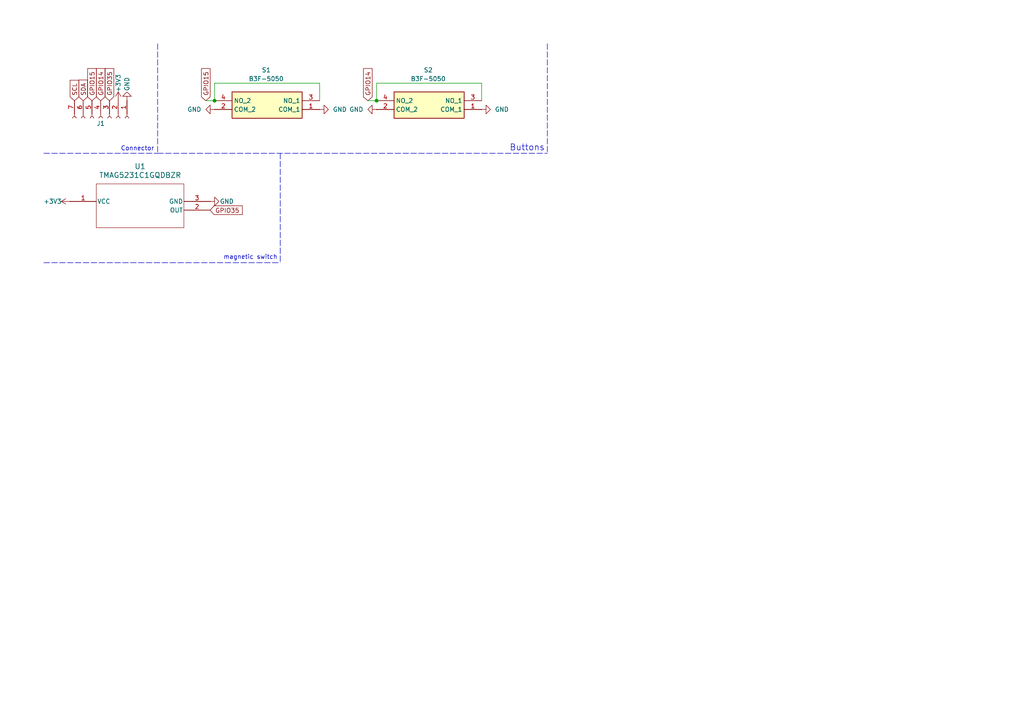
<source format=kicad_sch>
(kicad_sch (version 20231120) (generator "eeschema") (generator_version "8.0")
  (paper "A4")
  (lib_symbols
    (symbol "clock:+3V3" (power) (pin_numbers hide) (pin_names (offset 0) hide)
      (property "Value" "+3V3" (at 0 3.556 0))
      (symbol "+3V3_0_1"
        (polyline (pts (xy -0.762 1.27) (xy 0 2.54)))
        (polyline (pts (xy 0 0) (xy 0 2.54)))
        (polyline (pts (xy 0 2.54) (xy 0.762 1.27)))
      )
      (symbol "+3V3_1_1"
        (pin power_in line (at 0 0 90) (length 0) (name "~") (number "1"))
      )
    )
    (symbol "clock:B3F-5050"
      (property "Reference" "S" (at 26.67 7.62 0))
      (property "Value" "B3F-5050" (at 26.67 5.08 0))
      (symbol "B3F-5050_1_1"
        (rectangle (start 5.08 2.54) (end 25.4 -5.08) (stroke (width 0.254)) (fill (type background)))
        (pin passive line (at 30.48 -2.54 180) (length 5.08) (name "COM_1") (number "1"))
        (pin passive line (at 0 -2.54 0) (length 5.08) (name "COM_2") (number "2"))
        (pin passive line (at 30.48 0 180) (length 5.08) (name "NO_1") (number "3"))
        (pin passive line (at 0 0 0) (length 5.08) (name "NO_2") (number "4"))
      )
    )
    (symbol "clock:Conn_01x07_Socket" (pin_names (offset 1.016) hide)
      (property "Reference" "J" (at 0 10.16 0))
      (property "Value" "Conn_01x07_Socket" (at 0 -10.16 0))
      (symbol "Conn_01x07_Socket_1_1"
        (arc (start 0 -7.112) (mid -0.5058 -7.62) (end 0 -8.128) (stroke (width 0.1524)))
        (arc (start 0 -4.572) (mid -0.5058 -5.08) (end 0 -5.588) (stroke (width 0.1524)))
        (arc (start 0 -2.032) (mid -0.5058 -2.54) (end 0 -3.048) (stroke (width 0.1524)))
        (polyline (pts (xy -1.27 -7.62) (xy -0.508 -7.62)) (stroke (width 0.1524)))
        (polyline (pts (xy -1.27 -5.08) (xy -0.508 -5.08)) (stroke (width 0.1524)))
        (polyline (pts (xy -1.27 -2.54) (xy -0.508 -2.54)) (stroke (width 0.1524)))
        (polyline (pts (xy -1.27 0) (xy -0.508 0)) (stroke (width 0.1524)))
        (polyline (pts (xy -1.27 2.54) (xy -0.508 2.54)) (stroke (width 0.1524)))
        (polyline (pts (xy -1.27 5.08) (xy -0.508 5.08)) (stroke (width 0.1524)))
        (polyline (pts (xy -1.27 7.62) (xy -0.508 7.62)) (stroke (width 0.1524)))
        (arc (start 0 0.508) (mid -0.5058 0) (end 0 -0.508) (stroke (width 0.1524)))
        (arc (start 0 3.048) (mid -0.5058 2.54) (end 0 2.032) (stroke (width 0.1524)))
        (arc (start 0 5.588) (mid -0.5058 5.08) (end 0 4.572) (stroke (width 0.1524)))
        (arc (start 0 8.128) (mid -0.5058 7.62) (end 0 7.112) (stroke (width 0.1524)))
        (pin passive line (at -5.08 7.62 0) (length 3.81) (name "Pin_1") (number "1"))
        (pin passive line (at -5.08 5.08 0) (length 3.81) (name "Pin_2") (number "2"))
        (pin passive line (at -5.08 2.54 0) (length 3.81) (name "Pin_3") (number "3"))
        (pin passive line (at -5.08 0 0) (length 3.81) (name "Pin_4") (number "4"))
        (pin passive line (at -5.08 -2.54 0) (length 3.81) (name "Pin_5") (number "5"))
        (pin passive line (at -5.08 -5.08 0) (length 3.81) (name "Pin_6") (number "6"))
        (pin passive line (at -5.08 -7.62 0) (length 3.81) (name "Pin_7") (number "7"))
      )
    )
    (symbol "clock:GND" (power) (pin_numbers hide) (pin_names (offset 0) hide)
      (property "Value" "GND" (at 0 -3.81 0))
      (symbol "GND_0_1"
        (polyline (pts (xy 0 0) (xy 0 -1.27) (xy 1.27 -1.27) (xy 0 -2.54) (xy -1.27 -1.27) (xy 0 -1.27)))
      )
      (symbol "GND_1_1"
        (pin power_in line (at 0 0 270) (length 0) (name "~") (number "1"))
      )
    )
    (symbol "clock:TMAG5231C1GQDBZR" (pin_names (offset 0.254))
      (property "Reference" "U" (at 20.32 10.16 0))
      (property "Value" "TMAG5231C1GQDBZR" (at 20.32 7.62 0))
      (symbol "TMAG5231C1GQDBZR_1_1"
        (polyline (pts (xy 7.62 -7.62) (xy 33.02 -7.62)) (stroke (width 0.127)))
        (polyline (pts (xy 7.62 5.08) (xy 7.62 -7.62)) (stroke (width 0.127)))
        (polyline (pts (xy 33.02 -7.62) (xy 33.02 5.08)) (stroke (width 0.127)))
        (polyline (pts (xy 33.02 5.08) (xy 7.62 5.08)) (stroke (width 0.127)))
        (pin power_in line (at 0 0 0) (length 7.62) (name "VCC") (number "1"))
        (pin output line (at 40.64 -2.54 180) (length 7.62) (name "OUT") (number "2"))
        (pin power_out line (at 40.64 0 180) (length 7.62) (name "GND") (number "3"))
      )
    )
  )
  (junction (at 62.23 29.21))
  (junction (at 109.22 29.21))
  (wire (pts (xy 109.22 24.13) (xy 139.7 24.13)))
  (polyline (pts (xy 45.72 44.45) (xy 59.69 44.45)) (stroke (width 0) (type dash)))
  (polyline (pts (xy 12.7 44.45) (xy 45.72 44.45)) (stroke (width 0) (type dash)))
  (polyline (pts (xy 45.72 12.7) (xy 45.72 44.45)) (stroke (width 0) (type dash)))
  (polyline (pts (xy 12.7 76.2) (xy 81.28 76.2)) (stroke (width 0) (type dash)))
  (wire (pts (xy 59.69 29.21) (xy 62.23 29.21)))
  (wire (pts (xy 92.71 24.13) (xy 92.71 29.21)))
  (polyline (pts (xy 158.75 12.7) (xy 158.75 44.45)) (stroke (width 0) (type dash)))
  (polyline (pts (xy 81.28 44.45) (xy 81.28 76.2)) (stroke (width 0) (type dash)))
  (polyline (pts (xy 59.69 44.45) (xy 158.75 44.45)) (stroke (width 0) (type dash)))
  (wire (pts (xy 109.22 29.21) (xy 109.22 24.13)))
  (wire (pts (xy 62.23 24.13) (xy 92.71 24.13)))
  (wire (pts (xy 62.23 29.21) (xy 62.23 24.13)))
  (wire (pts (xy 106.68 29.21) (xy 109.22 29.21)))
  (wire (pts (xy 139.7 24.13) (xy 139.7 29.21)))
  (text "magnetic switch" (at 72.644 74.676 0) (effects (font (size 1.27 1.27))))
  (text "Buttons" (at 152.908 42.926 0) (effects (font (size 1.778 1.778))))
  (text "Connector" (at 39.878 43.18 0) (effects (font (size 1.27 1.27))))
  (global_label "SCL" (shape input) (at 21.59 29.21 90) (property "Intersheetrefs" "${INTERSHEET_REFS}" (effects (hide yes))))
  (global_label "GPIO15" (shape input) (at 26.67 29.21 90) (property "Intersheetrefs" "${INTERSHEET_REFS}" (effects (hide yes))))
  (global_label "SDA" (shape input) (at 24.13 29.21 90) (property "Intersheetrefs" "${INTERSHEET_REFS}" (effects (hide yes))))
  (global_label "GPIO35" (shape input) (at 31.75 29.21 90) (property "Intersheetrefs" "${INTERSHEET_REFS}" (effects (hide yes))))
  (global_label "GPIO14" (shape input) (at 29.21 29.21 90) (property "Intersheetrefs" "${INTERSHEET_REFS}" (effects (hide yes))))
  (global_label "GPIO15" (shape input) (at 59.69 29.21 90) (property "Intersheetrefs" "${INTERSHEET_REFS}" (effects (hide yes))))
  (global_label "GPIO35" (shape input) (at 60.96 60.96 0) (property "Intersheetrefs" "${INTERSHEET_REFS}" (effects (hide yes))))
  (global_label "GPIO14" (shape input) (at 106.68 29.21 90) (property "Intersheetrefs" "${INTERSHEET_REFS}" (effects (hide yes))))
  (symbol (lib_id "clock:B3F-5050") (at 109.22 29.21 0) (unit 1)
    (property "Reference" "S2" (at 124.206 20.32 0))
    (property "Value" "B3F-5050" (at 124.206 22.86 0))
    (property "Footprint" "clock:B3F-4055" (effects (hide yes)))
    (property "Datasheet" "https://omronfs.omron.com/en_US/ecb/products/pdf/en-b3f.pdf" (effects (hide yes)))
    (property "Description" "Tactile Switches 12x12mm Lg Svc Life Ht 7.3mm" (effects (hide yes)))
    (property "Manufacturer_Name" "Omron Electronics" (effects (hide yes)))
    (property "Manufacturer_Part_Number" "B3F-5050" (effects (hide yes)))
  )
  (symbol (lib_id "clock:GND") (at 109.22 31.75 270) (unit 1)
    (property "Reference" "#PWR05" (effects (hide yes)))
    (property "Value" "GND" (at 105.41 31.7499 90) (effects (justify right)))
    (property "Description" "Power symbol creates a global label with name \"GND\" , ground" (effects (hide yes)))
  )
  (symbol (lib_id "clock:B3F-5050") (at 62.23 29.21 0) (unit 1)
    (property "Reference" "S1" (at 77.216 20.32 0))
    (property "Value" "B3F-5050" (at 77.216 22.86 0))
    (property "Footprint" "clock:B3F-4055" (effects (hide yes)))
    (property "Datasheet" "https://omronfs.omron.com/en_US/ecb/products/pdf/en-b3f.pdf" (effects (hide yes)))
    (property "Description" "Tactile Switches 12x12mm Lg Svc Life Ht 7.3mm" (effects (hide yes)))
    (property "Manufacturer_Name" "Omron Electronics" (effects (hide yes)))
    (property "Manufacturer_Part_Number" "B3F-5050" (effects (hide yes)))
  )
  (symbol (lib_id "clock:TMAG5231C1GQDBZR") (at 20.32 58.42 0) (unit 1)
    (property "Reference" "U1" (at 40.64 48.26 0) (effects (font (size 1.524 1.524))))
    (property "Value" "TMAG5231C1GQDBZR" (at 40.64 50.8 0) (effects (font (size 1.524 1.524))))
    (property "Footprint" "Package_TO_SOT_SMD:SOT-23-3" (effects (hide yes)))
    (property "Datasheet" "TMAG5231C1GQDBZR" (effects (hide yes)))
  )
  (symbol (lib_id "clock:Conn_01x07_Socket") (at 29.21 34.29 270) (unit 1)
    (property "Reference" "J1" (at 29.21 35.814 90))
    (property "Value" "Conn_01x07_Socket" (effects (hide yes)))
    (property "Footprint" "Connector_PinHeader_2.54mm:PinHeader_1x07_P2.54mm_Horizontal" (effects (hide yes)))
    (property "Description" "Generic connector, single row, 01x07, script generated" (effects (hide yes)))
  )
  (symbol (lib_id "clock:+3V3") (at 34.29 29.21 0) (unit 1)
    (property "Reference" "#PWR01" (effects (hide yes)))
    (property "Value" "+3V3" (at 34.29 24.13 90))
    (property "Description" "Power symbol creates a global label with name \"+3V3\"" (effects (hide yes)))
  )
  (symbol (lib_id "clock:GND") (at 139.7 31.75 90) (unit 1)
    (property "Reference" "#PWR06" (effects (hide yes)))
    (property "Value" "GND" (at 143.51 31.7499 90) (effects (justify right)))
    (property "Description" "Power symbol creates a global label with name \"GND\" , ground" (effects (hide yes)))
  )
  (symbol (lib_id "clock:+3V3") (at 20.32 58.42 90) (unit 1)
    (property "Reference" "#PWR08" (effects (hide yes)))
    (property "Value" "+3V3" (at 15.24 58.42 90))
    (property "Description" "Power symbol creates a global label with name \"+3V3\"" (effects (hide yes)))
  )
  (symbol (lib_id "clock:GND") (at 92.71 31.75 90) (unit 1)
    (property "Reference" "#PWR04" (effects (hide yes)))
    (property "Value" "GND" (at 96.52 31.7499 90) (effects (justify right)))
    (property "Description" "Power symbol creates a global label with name \"GND\" , ground" (effects (hide yes)))
  )
  (symbol (lib_id "clock:GND") (at 60.96 58.42 90) (unit 1)
    (property "Reference" "#PWR07" (effects (hide yes)))
    (property "Value" "GND" (at 65.786 58.42 90))
    (property "Description" "Power symbol creates a global label with name \"GND\" , ground" (effects (hide yes)))
  )
  (symbol (lib_id "clock:GND") (at 36.83 29.21 180) (unit 1)
    (property "Reference" "#PWR02" (effects (hide yes)))
    (property "Value" "GND" (at 36.83 24.384 90))
    (property "Description" "Power symbol creates a global label with name \"GND\" , ground" (effects (hide yes)))
  )
  (symbol (lib_id "clock:GND") (at 62.23 31.75 270) (unit 1)
    (property "Reference" "#PWR03" (effects (hide yes)))
    (property "Value" "GND" (at 58.42 31.7499 90) (effects (justify right)))
    (property "Description" "Power symbol creates a global label with name \"GND\" , ground" (effects (hide yes)))
  )
)
</source>
